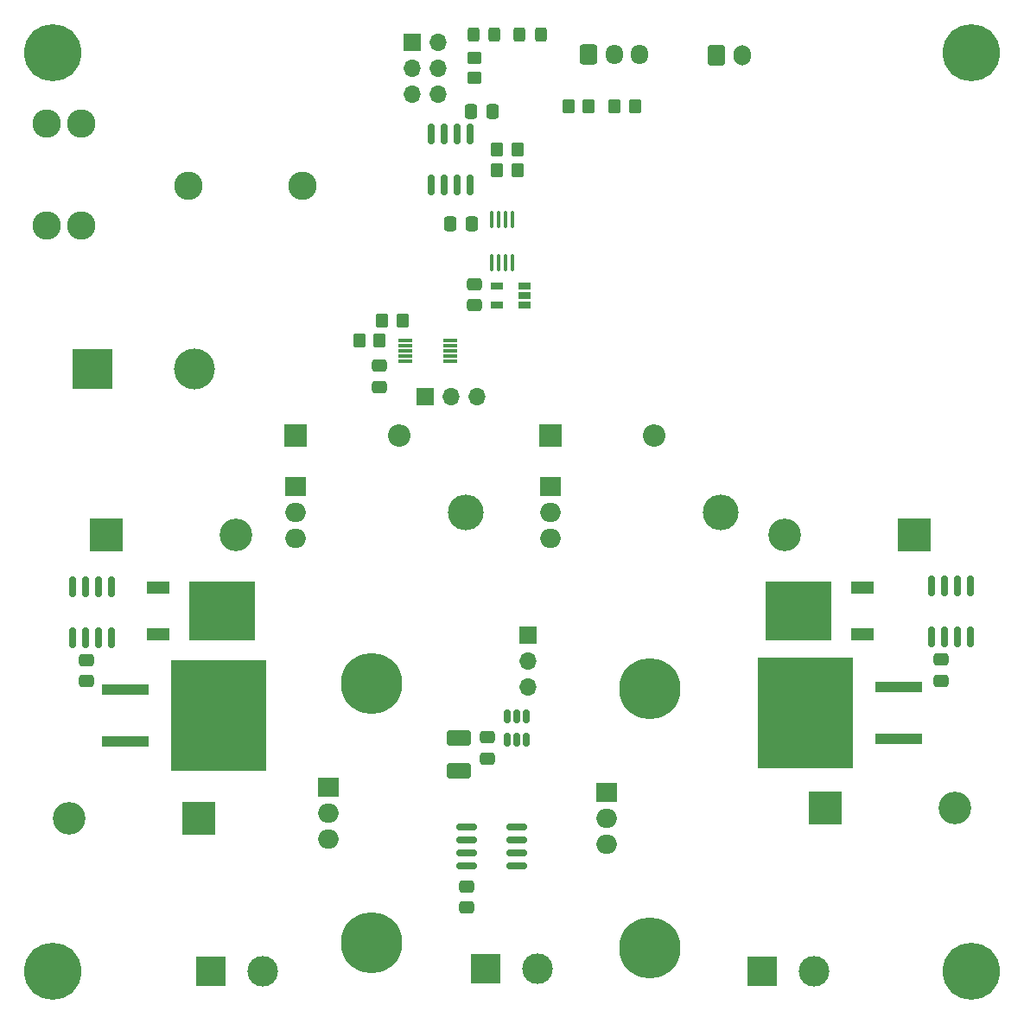
<source format=gbr>
%TF.GenerationSoftware,KiCad,Pcbnew,(6.0.6-1)-1*%
%TF.CreationDate,2022-07-21T21:53:33-04:00*%
%TF.ProjectId,iGEM,6947454d-2e6b-4696-9361-645f70636258,rev?*%
%TF.SameCoordinates,Original*%
%TF.FileFunction,Soldermask,Top*%
%TF.FilePolarity,Negative*%
%FSLAX46Y46*%
G04 Gerber Fmt 4.6, Leading zero omitted, Abs format (unit mm)*
G04 Created by KiCad (PCBNEW (6.0.6-1)-1) date 2022-07-21 21:53:33*
%MOMM*%
%LPD*%
G01*
G04 APERTURE LIST*
G04 Aperture macros list*
%AMRoundRect*
0 Rectangle with rounded corners*
0 $1 Rounding radius*
0 $2 $3 $4 $5 $6 $7 $8 $9 X,Y pos of 4 corners*
0 Add a 4 corners polygon primitive as box body*
4,1,4,$2,$3,$4,$5,$6,$7,$8,$9,$2,$3,0*
0 Add four circle primitives for the rounded corners*
1,1,$1+$1,$2,$3*
1,1,$1+$1,$4,$5*
1,1,$1+$1,$6,$7*
1,1,$1+$1,$8,$9*
0 Add four rect primitives between the rounded corners*
20,1,$1+$1,$2,$3,$4,$5,0*
20,1,$1+$1,$4,$5,$6,$7,0*
20,1,$1+$1,$6,$7,$8,$9,0*
20,1,$1+$1,$8,$9,$2,$3,0*%
G04 Aperture macros list end*
%ADD10R,3.200000X3.200000*%
%ADD11O,3.200000X3.200000*%
%ADD12C,2.781000*%
%ADD13O,3.500000X3.500000*%
%ADD14R,2.000000X1.905000*%
%ADD15O,2.000000X1.905000*%
%ADD16C,5.600000*%
%ADD17RoundRect,0.250000X-0.475000X0.337500X-0.475000X-0.337500X0.475000X-0.337500X0.475000X0.337500X0*%
%ADD18R,2.200000X1.200000*%
%ADD19R,6.400000X5.800000*%
%ADD20RoundRect,0.150000X-0.150000X0.825000X-0.150000X-0.825000X0.150000X-0.825000X0.150000X0.825000X0*%
%ADD21RoundRect,0.070000X0.525000X-0.300000X0.525000X0.300000X-0.525000X0.300000X-0.525000X-0.300000X0*%
%ADD22RoundRect,0.150000X0.825000X0.150000X-0.825000X0.150000X-0.825000X-0.150000X0.825000X-0.150000X0*%
%ADD23R,1.400000X0.300000*%
%ADD24R,1.700000X1.700000*%
%ADD25O,1.700000X1.700000*%
%ADD26R,2.200000X2.200000*%
%ADD27O,2.200000X2.200000*%
%ADD28RoundRect,0.250000X-0.325000X-0.450000X0.325000X-0.450000X0.325000X0.450000X-0.325000X0.450000X0*%
%ADD29RoundRect,0.250000X0.337500X0.475000X-0.337500X0.475000X-0.337500X-0.475000X0.337500X-0.475000X0*%
%ADD30C,2.780000*%
%ADD31RoundRect,0.150000X0.150000X-0.512500X0.150000X0.512500X-0.150000X0.512500X-0.150000X-0.512500X0*%
%ADD32RoundRect,0.250000X-0.350000X-0.450000X0.350000X-0.450000X0.350000X0.450000X-0.350000X0.450000X0*%
%ADD33RoundRect,0.250000X0.475000X-0.337500X0.475000X0.337500X-0.475000X0.337500X-0.475000X-0.337500X0*%
%ADD34RoundRect,0.250000X0.350000X0.450000X-0.350000X0.450000X-0.350000X-0.450000X0.350000X-0.450000X0*%
%ADD35R,3.000000X3.000000*%
%ADD36C,3.000000*%
%ADD37RoundRect,0.250000X-0.600000X-0.725000X0.600000X-0.725000X0.600000X0.725000X-0.600000X0.725000X0*%
%ADD38O,1.700000X1.950000*%
%ADD39R,4.600000X1.100000*%
%ADD40R,9.400000X10.800000*%
%ADD41RoundRect,0.250001X-0.924999X0.499999X-0.924999X-0.499999X0.924999X-0.499999X0.924999X0.499999X0*%
%ADD42RoundRect,0.250000X-0.600000X-0.750000X0.600000X-0.750000X0.600000X0.750000X-0.600000X0.750000X0*%
%ADD43O,1.700000X2.000000*%
%ADD44RoundRect,0.250000X0.450000X-0.350000X0.450000X0.350000X-0.450000X0.350000X-0.450000X-0.350000X0*%
%ADD45C,6.000000*%
%ADD46RoundRect,0.250000X-0.337500X-0.475000X0.337500X-0.475000X0.337500X0.475000X-0.337500X0.475000X0*%
%ADD47RoundRect,0.100000X0.100000X-0.712500X0.100000X0.712500X-0.100000X0.712500X-0.100000X-0.712500X0*%
%ADD48R,4.000000X4.000000*%
%ADD49C,4.000000*%
G04 APERTURE END LIST*
D10*
%TO.C,D2*%
X81250000Y-126000000D03*
D11*
X68550000Y-126000000D03*
%TD*%
D12*
%TO.C,J3*%
X80298000Y-64080000D03*
X91423000Y-64080000D03*
%TD*%
D13*
%TO.C,Q1*%
X107430000Y-96040000D03*
D14*
X90770000Y-93500000D03*
D15*
X90770000Y-96040000D03*
X90770000Y-98580000D03*
%TD*%
D16*
%TO.C,H1*%
X157000000Y-141000000D03*
%TD*%
D17*
%TO.C,C4*%
X109600000Y-118112501D03*
X109600000Y-120187501D03*
%TD*%
D16*
%TO.C,H3*%
X157000000Y-51000000D03*
%TD*%
D17*
%TO.C,C11*%
X99000000Y-81712500D03*
X99000000Y-83787500D03*
%TD*%
D10*
%TO.C,D3*%
X72250000Y-98250000D03*
D11*
X84950000Y-98250000D03*
%TD*%
D18*
%TO.C,Q2*%
X77300000Y-103470000D03*
D19*
X83600000Y-105750000D03*
D18*
X77300000Y-108030000D03*
%TD*%
D10*
%TO.C,D4*%
X151350000Y-98250000D03*
D11*
X138650000Y-98250000D03*
%TD*%
D20*
%TO.C,U4*%
X72770000Y-103390000D03*
X71500000Y-103390000D03*
X70230000Y-103390000D03*
X68960000Y-103390000D03*
X68960000Y-108340000D03*
X70230000Y-108340000D03*
X71500000Y-108340000D03*
X72770000Y-108340000D03*
%TD*%
D21*
%TO.C,U3*%
X113200000Y-75762500D03*
X113200000Y-74812500D03*
X113200000Y-73862500D03*
X110500000Y-73862500D03*
X110500000Y-75762500D03*
%TD*%
D22*
%TO.C,IC1*%
X112475000Y-130655000D03*
X112475000Y-129385000D03*
X112475000Y-128115000D03*
X112475000Y-126845000D03*
X107525000Y-126845000D03*
X107525000Y-128115000D03*
X107525000Y-129385000D03*
X107525000Y-130655000D03*
%TD*%
D23*
%TO.C,IC2*%
X105950000Y-81250000D03*
X105950000Y-80750000D03*
X105950000Y-80250000D03*
X105950000Y-79750000D03*
X105950000Y-79250000D03*
X101550000Y-79250000D03*
X101550000Y-79750000D03*
X101550000Y-80250000D03*
X101550000Y-80750000D03*
X101550000Y-81250000D03*
%TD*%
D24*
%TO.C,J2*%
X113500000Y-108100000D03*
D25*
X113500000Y-110640000D03*
X113500000Y-113180000D03*
%TD*%
D26*
%TO.C,D7*%
X115750000Y-88500000D03*
D27*
X125910000Y-88500000D03*
%TD*%
D16*
%TO.C,H2*%
X67000000Y-51000000D03*
%TD*%
D17*
%TO.C,C2*%
X107500000Y-132712500D03*
X107500000Y-134787500D03*
%TD*%
D20*
%TO.C,U2*%
X107905000Y-59025000D03*
X106635000Y-59025000D03*
X105365000Y-59025000D03*
X104095000Y-59025000D03*
X104095000Y-63975000D03*
X105365000Y-63975000D03*
X106635000Y-63975000D03*
X107905000Y-63975000D03*
%TD*%
D28*
%TO.C,D6*%
X112725000Y-49250000D03*
X114775000Y-49250000D03*
%TD*%
D29*
%TO.C,C8*%
X108037500Y-67750000D03*
X105962500Y-67750000D03*
%TD*%
D20*
%TO.C,U5*%
X156905000Y-103275000D03*
X155635000Y-103275000D03*
X154365000Y-103275000D03*
X153095000Y-103275000D03*
X153095000Y-108225000D03*
X154365000Y-108225000D03*
X155635000Y-108225000D03*
X156905000Y-108225000D03*
%TD*%
D30*
%TO.C,F1*%
X66350000Y-58000000D03*
X69750000Y-58000000D03*
X69750000Y-67920000D03*
X66350000Y-67920000D03*
%TD*%
D14*
%TO.C,Q7*%
X121205000Y-123510000D03*
D15*
X121205000Y-126050000D03*
X121205000Y-128590000D03*
%TD*%
D17*
%TO.C,C5*%
X70250000Y-110512500D03*
X70250000Y-112587500D03*
%TD*%
D31*
%TO.C,U1*%
X111500000Y-118337500D03*
X112450000Y-118337500D03*
X113400000Y-118337500D03*
X113400000Y-116062500D03*
X112450000Y-116062500D03*
X111500000Y-116062500D03*
%TD*%
D32*
%TO.C,R3*%
X110500000Y-60500000D03*
X112500000Y-60500000D03*
%TD*%
%TO.C,R9*%
X117500000Y-56250000D03*
X119500000Y-56250000D03*
%TD*%
D33*
%TO.C,C3*%
X108250000Y-75787500D03*
X108250000Y-73712500D03*
%TD*%
D32*
%TO.C,R4*%
X110500000Y-62500000D03*
X112500000Y-62500000D03*
%TD*%
%TO.C,R1*%
X97000000Y-79250000D03*
X99000000Y-79250000D03*
%TD*%
D18*
%TO.C,Q5*%
X146300000Y-108030000D03*
D19*
X140000000Y-105750000D03*
D18*
X146300000Y-103470000D03*
%TD*%
D34*
%TO.C,R10*%
X124000000Y-56250000D03*
X122000000Y-56250000D03*
%TD*%
D35*
%TO.C,J1*%
X109420000Y-140750000D03*
D36*
X114500000Y-140750000D03*
%TD*%
D37*
%TO.C,J4*%
X119500000Y-51225000D03*
D38*
X122000000Y-51225000D03*
X124500000Y-51225000D03*
%TD*%
D14*
%TO.C,Q4*%
X94000000Y-123000000D03*
D15*
X94000000Y-125540000D03*
X94000000Y-128080000D03*
%TD*%
D16*
%TO.C,H4*%
X67000000Y-141000000D03*
%TD*%
D39*
%TO.C,Q8*%
X149900000Y-118290000D03*
D40*
X140750000Y-115750000D03*
D39*
X149900000Y-113210000D03*
%TD*%
D41*
%TO.C,C7*%
X106750000Y-118125001D03*
X106750000Y-121375001D03*
%TD*%
D42*
%TO.C,M1*%
X132000000Y-51250000D03*
D43*
X134500000Y-51250000D03*
%TD*%
D24*
%TO.C,J5*%
X103475000Y-84750000D03*
D25*
X106015000Y-84750000D03*
X108555000Y-84750000D03*
%TD*%
D10*
%TO.C,D5*%
X142650000Y-125000000D03*
D11*
X155350000Y-125000000D03*
%TD*%
D13*
%TO.C,Q6*%
X132430000Y-96040000D03*
D14*
X115770000Y-93500000D03*
D15*
X115770000Y-96040000D03*
X115770000Y-98580000D03*
%TD*%
D44*
%TO.C,R7*%
X108250000Y-53500000D03*
X108250000Y-51500000D03*
%TD*%
D45*
%TO.C,HS2*%
X125500000Y-113300000D03*
X125500000Y-138700000D03*
%TD*%
D26*
%TO.C,D1*%
X90750000Y-88500000D03*
D27*
X100910000Y-88500000D03*
%TD*%
D46*
%TO.C,C1*%
X107962500Y-56750000D03*
X110037500Y-56750000D03*
%TD*%
D32*
%TO.C,R5*%
X99250000Y-77250000D03*
X101250000Y-77250000D03*
%TD*%
D39*
%TO.C,Q3*%
X74100000Y-113460000D03*
D40*
X83250000Y-116000000D03*
D39*
X74100000Y-118540000D03*
%TD*%
D47*
%TO.C,IC3*%
X110025000Y-71612500D03*
X110675000Y-71612500D03*
X111325000Y-71612500D03*
X111975000Y-71612500D03*
X111975000Y-67387500D03*
X111325000Y-67387500D03*
X110675000Y-67387500D03*
X110025000Y-67387500D03*
%TD*%
D35*
%TO.C,R2*%
X82460000Y-141000000D03*
D36*
X87540000Y-141000000D03*
%TD*%
D48*
%TO.C,C9*%
X70842169Y-82000000D03*
D49*
X80842169Y-82000000D03*
%TD*%
D35*
%TO.C,R6*%
X136460000Y-141000000D03*
D36*
X141540000Y-141000000D03*
%TD*%
D28*
%TO.C,D8*%
X108225000Y-49250000D03*
X110275000Y-49250000D03*
%TD*%
D45*
%TO.C,HS1*%
X98249999Y-112800000D03*
X98249999Y-138200000D03*
%TD*%
D17*
%TO.C,C6*%
X154000000Y-110462500D03*
X154000000Y-112537500D03*
%TD*%
D24*
%TO.C,J6*%
X102225000Y-49975000D03*
D25*
X104765000Y-49975000D03*
X102225000Y-52515000D03*
X104765000Y-52515000D03*
X102225000Y-55055000D03*
X104765000Y-55055000D03*
%TD*%
M02*

</source>
